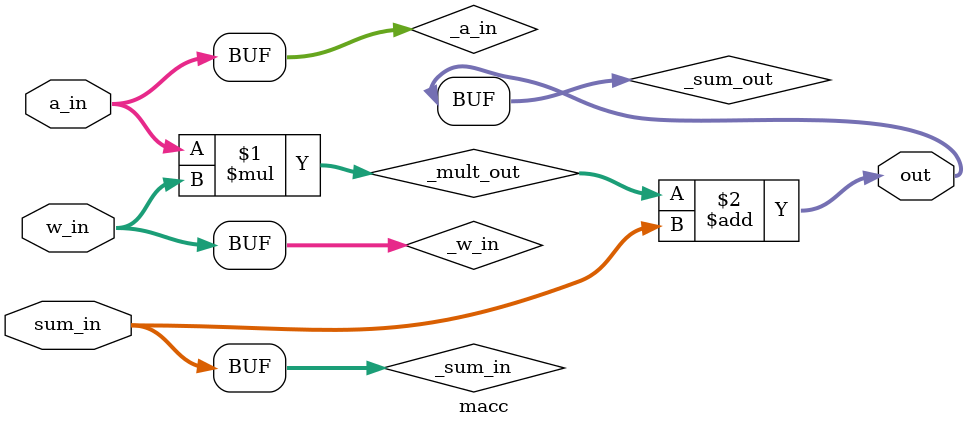
<source format=v>
`timescale 1ns / 1ps

module macc #(
	parameter	 ACT_BITWIDTH							 	 = 16,
	parameter	 WGT_BITWIDTH							     = 16,
	parameter	 SUM_IN_BITWIDTH							 = 64,
	parameter	 INTER_BITWIDTH							     = 65,
	parameter	 MULT_OUT_BITWIDTH							 = ACT_BITWIDTH + WGT_BITWIDTH
	//parameter	 ACT_OUT_BITWIDT							 = ACT_BITWIDTH
)(
	input					[ACT_BITWIDTH - 	1 : 0]			a_in,
	input					[WGT_BITWIDTH - 	1 : 0]			w_in,
	input					[SUM_IN_BITWIDTH -  1 : 0]			sum_in,
	output					[INTER_BITWIDTH -   1 : 0]			out
);
	
	wire	  signed		[ACT_BITWIDTH - 	1 : 0]			_a_in;
	wire	  signed 		[WGT_BITWIDTH - 	1 : 0]			_w_in;
	wire	  signed		[MULT_OUT_BITWIDTH- 1 : 0]			_mult_out;
	wire	  signed		[SUM_IN_BITWIDTH -  1 : 0]			_sum_in;
	
	assign	  _a_in = a_in;
	assign 	  _w_in = w_in;
	assign	  _sum_in = sum_in;
	
	
	assign 	  _mult_out    = _a_in * _w_in;
	

	wire 	  signed		[INTER_BITWIDTH - 	1 : 0]			_sum_out;
	
	assign	  _sum_out = _mult_out + _sum_in;
	
	assign	  out      =  _sum_out;
	
endmodule
</source>
